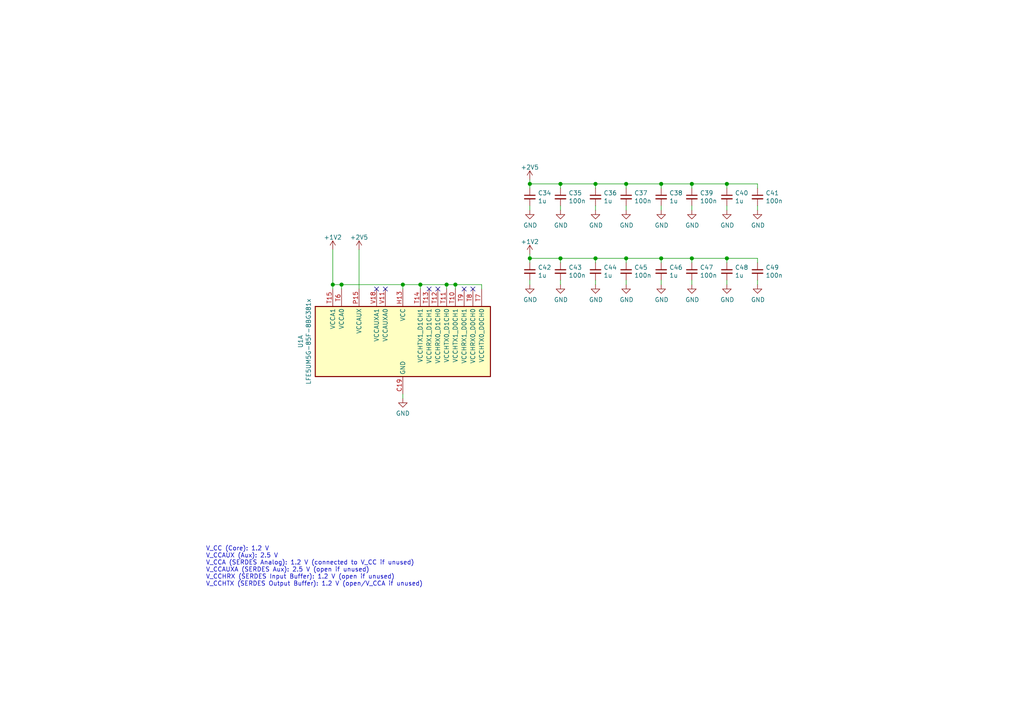
<source format=kicad_sch>
(kicad_sch (version 20210406) (generator eeschema)
  (paper "A4")
  (lib_symbols
    (symbol "Mainboard-rescue:C_Small-Device" (pin_numbers hide) (pin_names (offset 0.254) hide)
      (property "Reference" "C" (at 0.254 1.778 0))
      (property "Value" "C_Small-Device" (at 0.254 -2.032 0))
      (symbol "C_Small-Device_0_1"
        (polyline (pts (xy -1.524 -0.508) (xy 1.524 -0.508)) (stroke (width 0.3302)))
        (polyline (pts (xy -1.524 0.508) (xy 1.524 0.508)) (stroke (width 0.3048)))
      )
      (symbol "C_Small-Device_1_1"
        (pin passive line (at 0 2.54 270) (length 2.032) (name "~") (number "1"))
        (pin passive line (at 0 -2.54 90) (length 2.032) (name "~") (number "2"))
      )
    )
    (symbol "Mainboard-rescue:GND-power" (power) (pin_names (offset 0))
      (property "Value" "GND-power" (at 0 -3.81 0))
      (symbol "GND-power_0_1"
        (polyline (pts (xy 0 0) (xy 0 -1.27) (xy 1.27 -1.27) (xy 0 -2.54) (xy -1.27 -1.27) (xy 0 -1.27)))
      )
      (symbol "GND-power_1_1"
        (pin power_in line (at 0 0 270) (length 0) hide (name "GND") (number "1"))
      )
    )
    (symbol "Mainboard-rescue:LFE5UM5G-85F-8BG381x-FPGA_Lattice"
      (property "Reference" "U" (at 24.13 16.51 0))
      (property "Value" "LFE5UM5G-85F-8BG381x-FPGA_Lattice" (at 24.13 13.97 0))
      (symbol "LFE5UM5G-85F-8BG381x-FPGA_Lattice_1_1"
        (rectangle (start -25.4 10.16) (end 25.4 -10.16) (stroke (width 0.3048)) (fill (type background)))
        (pin passive line (at 0 -15.24 90) (length 5.08) hide (name "GND") (number "B14"))
        (pin passive line (at 0 -15.24 90) (length 5.08) hide (name "GND") (number "B7"))
        (pin power_in line (at 0 -15.24 90) (length 5.08) (name "GND") (number "C19"))
        (pin passive line (at 0 -15.24 90) (length 5.08) hide (name "GND") (number "D4"))
        (pin passive line (at 0 -15.24 90) (length 5.08) hide (name "GND") (number "F13"))
        (pin passive line (at 0 -15.24 90) (length 5.08) hide (name "GND") (number "F14"))
        (pin passive line (at 12.7 15.24 270) (length 5.08) hide (name "VCCAUX") (number "F15"))
        (pin passive line (at 12.7 15.24 270) (length 5.08) hide (name "VCCAUX") (number "F6"))
        (pin passive line (at 0 -15.24 90) (length 5.08) hide (name "GND") (number "F7"))
        (pin passive line (at 0 -15.24 90) (length 5.08) hide (name "GND") (number "F8"))
        (pin passive line (at 0 -15.24 90) (length 5.08) hide (name "GND") (number "G10"))
        (pin passive line (at 0 -15.24 90) (length 5.08) hide (name "GND") (number "G11"))
        (pin passive line (at 0 -15.24 90) (length 5.08) hide (name "GND") (number "G12"))
        (pin passive line (at 0 -15.24 90) (length 5.08) hide (name "GND") (number "G13"))
        (pin passive line (at 0 -15.24 90) (length 5.08) hide (name "GND") (number "G14"))
        (pin passive line (at 0 -15.24 90) (length 5.08) hide (name "GND") (number "G15"))
        (pin passive line (at 0 -15.24 90) (length 5.08) hide (name "GND") (number "G17"))
        (pin passive line (at 0 -15.24 90) (length 5.08) hide (name "GND") (number "G4"))
        (pin passive line (at 0 -15.24 90) (length 5.08) hide (name "GND") (number "G6"))
        (pin passive line (at 0 -15.24 90) (length 5.08) hide (name "GND") (number "G7"))
        (pin passive line (at 0 -15.24 90) (length 5.08) hide (name "GND") (number "G8"))
        (pin passive line (at 0 -15.24 90) (length 5.08) hide (name "GND") (number "G9"))
        (pin passive line (at 0 15.24 270) (length 5.08) hide (name "VCC") (number "H10"))
        (pin passive line (at 0 15.24 270) (length 5.08) hide (name "VCC") (number "H11"))
        (pin passive line (at 0 15.24 270) (length 5.08) hide (name "VCC") (number "H12"))
        (pin power_in line (at 0 15.24 270) (length 5.08) (name "VCC") (number "H13"))
        (pin passive line (at 0 -15.24 90) (length 5.08) hide (name "GND") (number "H19"))
        (pin passive line (at 0 15.24 270) (length 5.08) hide (name "VCC") (number "H8"))
        (pin passive line (at 0 15.24 270) (length 5.08) hide (name "VCC") (number "H9"))
        (pin passive line (at 0 -15.24 90) (length 5.08) hide (name "GND") (number "J10"))
        (pin passive line (at 0 -15.24 90) (length 5.08) hide (name "GND") (number "J11"))
        (pin passive line (at 0 -15.24 90) (length 5.08) hide (name "GND") (number "J12"))
        (pin passive line (at 0 15.24 270) (length 5.08) hide (name "VCC") (number "J13"))
        (pin passive line (at 0 -15.24 90) (length 5.08) hide (name "GND") (number "J14"))
        (pin passive line (at 0 -15.24 90) (length 5.08) hide (name "GND") (number "J2"))
        (pin passive line (at 0 -15.24 90) (length 5.08) hide (name "GND") (number "J7"))
        (pin passive line (at 0 15.24 270) (length 5.08) hide (name "VCC") (number "J8"))
        (pin passive line (at 0 -15.24 90) (length 5.08) hide (name "GND") (number "J9"))
        (pin passive line (at 0 -15.24 90) (length 5.08) hide (name "GND") (number "K10"))
        (pin passive line (at 0 -15.24 90) (length 5.08) hide (name "GND") (number "K11"))
        (pin passive line (at 0 -15.24 90) (length 5.08) hide (name "GND") (number "K12"))
        (pin passive line (at 0 15.24 270) (length 5.08) hide (name "VCC") (number "K13"))
        (pin passive line (at 0 -15.24 90) (length 5.08) hide (name "GND") (number "K14"))
        (pin passive line (at 0 -15.24 90) (length 5.08) hide (name "GND") (number "K15"))
        (pin passive line (at 0 -15.24 90) (length 5.08) hide (name "GND") (number "K6"))
        (pin passive line (at 0 -15.24 90) (length 5.08) hide (name "GND") (number "K7"))
        (pin passive line (at 0 15.24 270) (length 5.08) hide (name "VCC") (number "K8"))
        (pin passive line (at 0 -15.24 90) (length 5.08) hide (name "GND") (number "K9"))
        (pin passive line (at 0 -15.24 90) (length 5.08) hide (name "GND") (number "L10"))
        (pin passive line (at 0 -15.24 90) (length 5.08) hide (name "GND") (number "L11"))
        (pin passive line (at 0 -15.24 90) (length 5.08) hide (name "GND") (number "L12"))
        (pin passive line (at 0 15.24 270) (length 5.08) hide (name "VCC") (number "L13"))
        (pin passive line (at 0 15.24 270) (length 5.08) hide (name "VCC") (number "L8"))
        (pin passive line (at 0 -15.24 90) (length 5.08) hide (name "GND") (number "L9"))
        (pin passive line (at 0 -15.24 90) (length 5.08) hide (name "GND") (number "M10"))
        (pin passive line (at 0 -15.24 90) (length 5.08) hide (name "GND") (number "M11"))
        (pin passive line (at 0 -15.24 90) (length 5.08) hide (name "GND") (number "M12"))
        (pin passive line (at 0 15.24 270) (length 5.08) hide (name "VCC") (number "M13"))
        (pin passive line (at 0 -15.24 90) (length 5.08) hide (name "GND") (number "M14"))
        (pin passive line (at 0 -15.24 90) (length 5.08) hide (name "GND") (number "M16"))
        (pin passive line (at 0 -15.24 90) (length 5.08) hide (name "GND") (number "M2"))
        (pin passive line (at 0 -15.24 90) (length 5.08) hide (name "GND") (number "M7"))
        (pin passive line (at 0 15.24 270) (length 5.08) hide (name "VCC") (number "M8"))
        (pin passive line (at 0 -15.24 90) (length 5.08) hide (name "GND") (number "M9"))
        (pin passive line (at 0 15.24 270) (length 5.08) hide (name "VCC") (number "N10"))
        (pin passive line (at 0 15.24 270) (length 5.08) hide (name "VCC") (number "N11"))
        (pin passive line (at 0 15.24 270) (length 5.08) hide (name "VCC") (number "N12"))
        (pin passive line (at 0 15.24 270) (length 5.08) hide (name "VCC") (number "N13"))
        (pin passive line (at 0 -15.24 90) (length 5.08) hide (name "GND") (number "N14"))
        (pin passive line (at 0 -15.24 90) (length 5.08) hide (name "GND") (number "N15"))
        (pin passive line (at 0 -15.24 90) (length 5.08) hide (name "GND") (number "N6"))
        (pin passive line (at 0 -15.24 90) (length 5.08) hide (name "GND") (number "N7"))
        (pin passive line (at 0 15.24 270) (length 5.08) hide (name "VCC") (number "N8"))
        (pin passive line (at 0 15.24 270) (length 5.08) hide (name "VCC") (number "N9"))
        (pin passive line (at 0 -15.24 90) (length 5.08) hide (name "GND") (number "P11"))
        (pin passive line (at 0 -15.24 90) (length 5.08) hide (name "GND") (number "P12"))
        (pin passive line (at 0 -15.24 90) (length 5.08) hide (name "GND") (number "P13"))
        (pin passive line (at 0 -15.24 90) (length 5.08) hide (name "GND") (number "P14"))
        (pin power_in line (at 12.7 15.24 270) (length 5.08) (name "VCCAUX") (number "P15"))
        (pin passive line (at 12.7 15.24 270) (length 5.08) hide (name "VCCAUX") (number "P6"))
        (pin passive line (at 0 -15.24 90) (length 5.08) hide (name "GND") (number "P7"))
        (pin passive line (at 0 -15.24 90) (length 5.08) hide (name "GND") (number "P8"))
        (pin passive line (at 0 -15.24 90) (length 5.08) hide (name "GND") (number "R19"))
        (pin power_in line (at -15.24 15.24 270) (length 5.08) (name "VCCHTX1_D0CH1") (number "T10"))
        (pin power_in line (at -12.7 15.24 270) (length 5.08) (name "VCCHTX0_D1CH0") (number "T11"))
        (pin power_in line (at -10.16 15.24 270) (length 5.08) (name "VCCHRX0_D1CH0") (number "T12"))
        (pin power_in line (at -7.62 15.24 270) (length 5.08) (name "VCCHRX1_D1CH1") (number "T13"))
        (pin power_in line (at -5.08 15.24 270) (length 5.08) (name "VCCHTX1_D1CH1") (number "T14"))
        (pin power_in line (at 20.32 15.24 270) (length 5.08) (name "VCCA1") (number "T15"))
        (pin power_in line (at 17.78 15.24 270) (length 5.08) (name "VCCA0") (number "T6"))
        (pin power_in line (at -22.86 15.24 270) (length 5.08) (name "VCCHTX0_D0CH0") (number "T7"))
        (pin power_in line (at -20.32 15.24 270) (length 5.08) (name "VCCHRX0_D0CH0") (number "T8"))
        (pin power_in line (at -17.78 15.24 270) (length 5.08) (name "VCCHRX1_D0CH1") (number "T9"))
        (pin passive line (at 0 -15.24 90) (length 5.08) hide (name "GND") (number "U10"))
        (pin passive line (at 0 -15.24 90) (length 5.08) hide (name "GND") (number "U11"))
        (pin passive line (at 0 -15.24 90) (length 5.08) hide (name "GND") (number "U12"))
        (pin passive line (at 0 -15.24 90) (length 5.08) hide (name "GND") (number "U13"))
        (pin passive line (at 0 -15.24 90) (length 5.08) hide (name "GND") (number "U14"))
        (pin passive line (at 20.32 15.24 270) (length 5.08) hide (name "VCCA1") (number "U15"))
        (pin passive line (at 17.78 15.24 270) (length 5.08) hide (name "VCCA0") (number "U6"))
        (pin passive line (at 0 -15.24 90) (length 5.08) hide (name "GND") (number "U7"))
        (pin passive line (at 0 -15.24 90) (length 5.08) hide (name "GND") (number "U8"))
        (pin passive line (at 0 -15.24 90) (length 5.08) hide (name "GND") (number "U9"))
        (pin passive line (at 5.08 15.24 270) (length 5.08) hide (name "VCCAUXA0") (number "V10"))
        (pin power_in line (at 5.08 15.24 270) (length 5.08) (name "VCCAUXA0") (number "V11"))
        (pin passive line (at 0 -15.24 90) (length 5.08) hide (name "GND") (number "V12"))
        (pin passive line (at 0 -15.24 90) (length 5.08) hide (name "GND") (number "V13"))
        (pin passive line (at 0 -15.24 90) (length 5.08) hide (name "GND") (number "V14"))
        (pin passive line (at 0 -15.24 90) (length 5.08) hide (name "GND") (number "V15"))
        (pin passive line (at 0 -15.24 90) (length 5.08) hide (name "GND") (number "V16"))
        (pin passive line (at 7.62 15.24 270) (length 5.08) hide (name "VCCAUXA1") (number "V17"))
        (pin power_in line (at 7.62 15.24 270) (length 5.08) (name "VCCAUXA1") (number "V18"))
        (pin passive line (at 0 -15.24 90) (length 5.08) hide (name "GND") (number "V19"))
        (pin passive line (at 0 -15.24 90) (length 5.08) hide (name "GND") (number "V20"))
        (pin passive line (at 0 -15.24 90) (length 5.08) hide (name "GND") (number "V5"))
        (pin passive line (at 0 -15.24 90) (length 5.08) hide (name "GND") (number "V6"))
        (pin passive line (at 0 -15.24 90) (length 5.08) hide (name "GND") (number "V7"))
        (pin passive line (at 0 -15.24 90) (length 5.08) hide (name "GND") (number "V8"))
        (pin passive line (at 0 -15.24 90) (length 5.08) hide (name "GND") (number "V9"))
        (pin passive line (at 0 -15.24 90) (length 5.08) hide (name "GND") (number "W12"))
        (pin passive line (at 0 -15.24 90) (length 5.08) hide (name "GND") (number "W15"))
        (pin passive line (at 0 -15.24 90) (length 5.08) hide (name "GND") (number "W16"))
        (pin passive line (at 0 -15.24 90) (length 5.08) hide (name "GND") (number "W19"))
        (pin passive line (at 0 -15.24 90) (length 5.08) hide (name "GND") (number "W6"))
        (pin passive line (at 0 -15.24 90) (length 5.08) hide (name "GND") (number "W7"))
      )
      (symbol "LFE5UM5G-85F-8BG381x-FPGA_Lattice_2_1"
        (rectangle (start -5.08 40.64) (end 5.08 -40.64) (stroke (width 0.3048)) (fill (type background)))
        (pin bidirectional line (at -10.16 -27.94 0) (length 5.08) (name "PT63A") (number "A10"))
        (pin bidirectional line (at -10.16 -30.48 0) (length 5.08) (name "PT63B") (number "A11"))
        (pin bidirectional line (at -10.16 30.48 0) (length 5.08) (name "PT4A") (number "A6"))
        (pin bidirectional line (at -10.16 0 0) (length 5.08) (name "PT18A") (number "A7"))
        (pin bidirectional line (at -10.16 -2.54 0) (length 5.08) (name "PT18B") (number "A8"))
        (pin bidirectional line (at -10.16 -22.86 0) (length 5.08) (name "PT60A") (number "A9"))
        (pin bidirectional line (at -10.16 -25.4 0) (length 5.08) (name "PT60B") (number "B10"))
        (pin bidirectional line (at -10.16 -33.02 0) (length 5.08) (name "PT65A") (number "B11"))
        (pin bidirectional line (at -10.16 27.94 0) (length 5.08) (name "PT4B") (number "B6"))
        (pin bidirectional line (at -10.16 2.54 0) (length 5.08) (name "PT15B") (number "B8"))
        (pin bidirectional line (at -10.16 -17.78 0) (length 5.08) (name "PT58A") (number "B9"))
        (pin bidirectional line (at -10.16 -20.32 0) (length 5.08) (name "PT58B") (number "C10"))
        (pin bidirectional line (at -10.16 -35.56 0) (length 5.08) (name "PT65B") (number "C11"))
        (pin bidirectional line (at -10.16 15.24 0) (length 5.08) (name "PT11A") (number "C6"))
        (pin bidirectional line (at -10.16 12.7 0) (length 5.08) (name "PT11B") (number "C7"))
        (pin bidirectional line (at -10.16 5.08 0) (length 5.08) (name "PT15A") (number "C8"))
        (pin bidirectional line (at -10.16 -10.16 0) (length 5.08) (name "PT54A") (number "C9"))
        (pin bidirectional line (at -10.16 -12.7 0) (length 5.08) (name "PT56A") (number "D10"))
        (pin bidirectional line (at -10.16 22.86 0) (length 5.08) (name "PT6B") (number "D6"))
        (pin bidirectional line (at -10.16 17.78 0) (length 5.08) (name "PT9B") (number "D7"))
        (pin bidirectional line (at -10.16 7.62 0) (length 5.08) (name "PT13B") (number "D8"))
        (pin bidirectional line (at -10.16 -5.08 0) (length 5.08) (name "PT20A") (number "D9"))
        (pin bidirectional line (at -10.16 -15.24 0) (length 5.08) (name "PT56B") (number "E10"))
        (pin bidirectional line (at -10.16 25.4 0) (length 5.08) (name "PT6A") (number "E6"))
        (pin bidirectional line (at -10.16 20.32 0) (length 5.08) (name "PT9A") (number "E7"))
        (pin bidirectional line (at -10.16 10.16 0) (length 5.08) (name "PT13A") (number "E8"))
        (pin bidirectional line (at -10.16 -7.62 0) (length 5.08) (name "PT20B") (number "E9"))
        (pin power_in line (at 0 45.72 270) (length 5.08) (name "VCCIO0") (number "F10"))
        (pin passive line (at 0 45.72 270) (length 5.08) hide (name "VCCIO0") (number "F9"))
      )
      (symbol "LFE5UM5G-85F-8BG381x-FPGA_Lattice_3_1"
        (rectangle (start -5.08 48.26) (end 5.08 -48.26) (stroke (width 0.3048)) (fill (type background)))
        (pin bidirectional line (at -10.16 22.86 0) (length 5.08) (name "PT76A") (number "A12"))
        (pin bidirectional line (at -10.16 20.32 0) (length 5.08) (name "PT76B") (number "A13"))
        (pin bidirectional line (at -10.16 7.62 0) (length 5.08) (name "PT83A") (number "A14"))
        (pin bidirectional line (at -10.16 -2.54 0) (length 5.08) (name "PT103A") (number "A15"))
        (pin bidirectional line (at -10.16 -15.24 0) (length 5.08) (name "PT110A") (number "A16"))
        (pin bidirectional line (at -10.16 -30.48 0) (length 5.08) (name "PT116A") (number "A17"))
        (pin bidirectional line (at -10.16 -35.56 0) (length 5.08) (name "PT119A") (number "A18"))
        (pin bidirectional line (at -10.16 -40.64 0) (length 5.08) (name "PT121A") (number "A19"))
        (pin bidirectional line (at -10.16 33.02 0) (length 5.08) (name "PT71A") (number "B12"))
        (pin bidirectional line (at -10.16 17.78 0) (length 5.08) (name "PT78A") (number "B13"))
        (pin bidirectional line (at -10.16 -5.08 0) (length 5.08) (name "PT105A") (number "B15"))
        (pin bidirectional line (at -10.16 -17.78 0) (length 5.08) (name "PT110B") (number "B16"))
        (pin bidirectional line (at -10.16 -25.4 0) (length 5.08) (name "PT114A") (number "B17"))
        (pin bidirectional line (at -10.16 -33.02 0) (length 5.08) (name "PT116B") (number "B18"))
        (pin bidirectional line (at -10.16 -38.1 0) (length 5.08) (name "PT119B") (number "B19"))
        (pin bidirectional line (at -10.16 -43.18 0) (length 5.08) (name "PT121B") (number "B20"))
        (pin bidirectional line (at -10.16 30.48 0) (length 5.08) (name "PT71B") (number "C12"))
        (pin bidirectional line (at -10.16 15.24 0) (length 5.08) (name "PT78B") (number "C13"))
        (pin bidirectional line (at -10.16 5.08 0) (length 5.08) (name "PT83B") (number "C14"))
        (pin bidirectional line (at -10.16 -7.62 0) (length 5.08) (name "PT105B") (number "C15"))
        (pin bidirectional line (at -10.16 -20.32 0) (length 5.08) (name "PT112A") (number "C16"))
        (pin bidirectional line (at -10.16 -27.94 0) (length 5.08) (name "PT114B") (number "C17"))
        (pin bidirectional line (at -10.16 38.1 0) (length 5.08) (name "PT69A") (number "D11"))
        (pin bidirectional line (at -10.16 27.94 0) (length 5.08) (name "PT74A") (number "D12"))
        (pin bidirectional line (at -10.16 12.7 0) (length 5.08) (name "PT80A") (number "D13"))
        (pin bidirectional line (at -10.16 2.54 0) (length 5.08) (name "PT85A") (number "D14"))
        (pin bidirectional line (at -10.16 -10.16 0) (length 5.08) (name "PT107A") (number "D15"))
        (pin bidirectional line (at -10.16 -22.86 0) (length 5.08) (name "PT112B") (number "D16"))
        (pin bidirectional line (at -10.16 35.56 0) (length 5.08) (name "PT69B") (number "E11"))
        (pin bidirectional line (at -10.16 25.4 0) (length 5.08) (name "PT74B") (number "E12"))
        (pin bidirectional line (at -10.16 10.16 0) (length 5.08) (name "PT80B") (number "E13"))
        (pin bidirectional line (at -10.16 0 0) (length 5.08) (name "PT85B") (number "E14"))
        (pin bidirectional line (at -10.16 -12.7 0) (length 5.08) (name "PT107B") (number "E15"))
        (pin passive line (at 0 53.34 270) (length 5.08) hide (name "VCCIO1") (number "F11"))
        (pin power_in line (at 0 53.34 270) (length 5.08) (name "VCCIO1") (number "F12"))
      )
      (symbol "LFE5UM5G-85F-8BG381x-FPGA_Lattice_4_1"
        (rectangle (start -5.08 48.26) (end 5.08 -48.26) (stroke (width 0.3048)) (fill (type background)))
        (pin bidirectional line (at -10.16 38.1 0) (length 5.08) (name "PR11A") (number "C18"))
        (pin bidirectional line (at -10.16 -7.62 0) (length 5.08) (name "PR35A") (number "C20"))
        (pin bidirectional line (at -10.16 35.56 0) (length 5.08) (name "PR11B") (number "D17"))
        (pin bidirectional line (at -10.16 27.94 0) (length 5.08) (name "PR14A") (number "D18"))
        (pin bidirectional line (at -10.16 -10.16 0) (length 5.08) (name "PR35B") (number "D19"))
        (pin bidirectional line (at -10.16 -12.7 0) (length 5.08) (name "PR35C") (number "D20"))
        (pin bidirectional line (at -10.16 33.02 0) (length 5.08) (name "PR11C") (number "E16"))
        (pin bidirectional line (at -10.16 25.4 0) (length 5.08) (name "PR14B") (number "E17"))
        (pin bidirectional line (at -10.16 22.86 0) (length 5.08) (name "PR14C") (number "E18"))
        (pin bidirectional line (at -10.16 -15.24 0) (length 5.08) (name "PR35D") (number "E19"))
        (pin bidirectional line (at -10.16 -17.78 0) (length 5.08) (name "PR38A") (number "E20"))
        (pin bidirectional line (at -10.16 30.48 0) (length 5.08) (name "PR11D") (number "F16"))
        (pin bidirectional line (at -10.16 17.78 0) (length 5.08) (name "PR17A") (number "F17"))
        (pin bidirectional line (at -10.16 20.32 0) (length 5.08) (name "PR14D") (number "F18"))
        (pin bidirectional line (at -10.16 -20.32 0) (length 5.08) (name "PR38B") (number "F19"))
        (pin bidirectional line (at -10.16 -22.86 0) (length 5.08) (name "PR38C") (number "F20"))
        (pin bidirectional line (at -10.16 12.7 0) (length 5.08) (name "PR17C") (number "G16"))
        (pin bidirectional line (at -10.16 15.24 0) (length 5.08) (name "PR17B") (number "G18"))
        (pin bidirectional line (at -10.16 -27.94 0) (length 5.08) (name "PR41A") (number "G19"))
        (pin bidirectional line (at -10.16 -25.4 0) (length 5.08) (name "PR38D") (number "G20"))
        (pin passive line (at 0 53.34 270) (length 5.08) hide (name "VCCIO2") (number "H14"))
        (pin power_in line (at 0 53.34 270) (length 5.08) (name "VCCIO2") (number "H15"))
        (pin bidirectional line (at -10.16 10.16 0) (length 5.08) (name "PR17D") (number "H16"))
        (pin bidirectional line (at -10.16 5.08 0) (length 5.08) (name "PR20B") (number "H17"))
        (pin bidirectional line (at -10.16 7.62 0) (length 5.08) (name "PR20A") (number "H18"))
        (pin bidirectional line (at -10.16 -30.48 0) (length 5.08) (name "PR41B") (number "H20"))
        (pin passive line (at 0 53.34 270) (length 5.08) hide (name "VCCIO2") (number "J15"))
        (pin bidirectional line (at -10.16 0 0) (length 5.08) (name "PR20D") (number "J16"))
        (pin bidirectional line (at -10.16 2.54 0) (length 5.08) (name "PR20C") (number "J17"))
        (pin bidirectional line (at -10.16 -33.02 0) (length 5.08) (name "PR41C") (number "J18"))
        (pin bidirectional line (at -10.16 -38.1 0) (length 5.08) (name "PR44A") (number "J19"))
        (pin bidirectional line (at -10.16 -43.18 0) (length 5.08) (name "PR44C") (number "J20"))
        (pin bidirectional line (at -10.16 -2.54 0) (length 5.08) (name "PR29A") (number "K16"))
        (pin bidirectional line (at -10.16 -5.08 0) (length 5.08) (name "PR29B") (number "K17"))
        (pin bidirectional line (at -10.16 -35.56 0) (length 5.08) (name "PR41D") (number "K18"))
        (pin bidirectional line (at -10.16 -40.64 0) (length 5.08) (name "PR44B") (number "K19"))
        (pin bidirectional line (at -10.16 -45.72 0) (length 5.08) (name "PR44D") (number "K20"))
      )
      (symbol "LFE5UM5G-85F-8BG381x-FPGA_Lattice_5_1"
        (rectangle (start -5.08 48.26) (end 5.08 -48.26) (stroke (width 0.3048)) (fill (type background)))
        (pin passive line (at 0 53.34 270) (length 5.08) hide (name "VCCIO3") (number "L14"))
        (pin power_in line (at 0 53.34 270) (length 5.08) (name "VCCIO3") (number "L15"))
        (pin bidirectional line (at -10.16 27.94 0) (length 5.08) (name "PR50A") (number "L16"))
        (pin bidirectional line (at -10.16 25.4 0) (length 5.08) (name "PR50B") (number "L17"))
        (pin bidirectional line (at -10.16 22.86 0) (length 5.08) (name "PR50C") (number "L18"))
        (pin bidirectional line (at -10.16 33.02 0) (length 5.08) (name "PR47C") (number "L19"))
        (pin bidirectional line (at -10.16 38.1 0) (length 5.08) (name "PR47A") (number "L20"))
        (pin passive line (at 0 53.34 270) (length 5.08) hide (name "VCCIO3") (number "M15"))
        (pin bidirectional line (at -10.16 15.24 0) (length 5.08) (name "PR53B") (number "M17"))
        (pin bidirectional line (at -10.16 20.32 0) (length 5.08) (name "PR50D") (number "M18"))
        (pin bidirectional line (at -10.16 30.48 0) (length 5.08) (name "PR47D") (number "M19"))
        (pin bidirectional line (at -10.16 35.56 0) (length 5.08) (name "PR47B") (number "M20"))
        (pin bidirectional line (at -10.16 17.78 0) (length 5.08) (name "PR53A") (number "N16"))
        (pin bidirectional line (at -10.16 7.62 0) (length 5.08) (name "PR56A") (number "N17"))
        (pin bidirectional line (at -10.16 12.7 0) (length 5.08) (name "PR53C") (number "N18"))
        (pin bidirectional line (at -10.16 -5.08 0) (length 5.08) (name "PR83A") (number "N19"))
        (pin bidirectional line (at -10.16 -7.62 0) (length 5.08) (name "PR83B") (number "N20"))
        (pin bidirectional line (at -10.16 5.08 0) (length 5.08) (name "PR56B") (number "P16"))
        (pin bidirectional line (at -10.16 10.16 0) (length 5.08) (name "PR53D") (number "P17"))
        (pin bidirectional line (at -10.16 -12.7 0) (length 5.08) (name "PR83D") (number "P18"))
        (pin bidirectional line (at -10.16 -10.16 0) (length 5.08) (name "PR83C") (number "P19"))
        (pin bidirectional line (at -10.16 -15.24 0) (length 5.08) (name "PR86A") (number "P20"))
        (pin bidirectional line (at -10.16 2.54 0) (length 5.08) (name "PR56C") (number "R16"))
        (pin bidirectional line (at -10.16 0 0) (length 5.08) (name "PR56D") (number "R17"))
        (pin bidirectional line (at -10.16 -27.94 0) (length 5.08) (name "PR89B") (number "R18"))
        (pin bidirectional line (at -10.16 -17.78 0) (length 5.08) (name "PR86B") (number "R20"))
        (pin bidirectional line (at -10.16 -2.54 0) (length 5.08) (name "PR77A") (number "T16"))
        (pin bidirectional line (at -10.16 -43.18 0) (length 5.08) (name "PR92D") (number "T17"))
        (pin bidirectional line (at -10.16 -33.02 0) (length 5.08) (name "PR89D") (number "T18"))
        (pin bidirectional line (at -10.16 -25.4 0) (length 5.08) (name "PR89A") (number "T19"))
        (pin bidirectional line (at -10.16 -20.32 0) (length 5.08) (name "PR86C") (number "T20"))
        (pin bidirectional line (at -10.16 -40.64 0) (length 5.08) (name "PR92C") (number "U16"))
        (pin bidirectional line (at -10.16 -38.1 0) (length 5.08) (name "PR92B") (number "U17"))
        (pin bidirectional line (at -10.16 -35.56 0) (length 5.08) (name "PR92A") (number "U18"))
        (pin bidirectional line (at -10.16 -30.48 0) (length 5.08) (name "PR89C") (number "U19"))
        (pin bidirectional line (at -10.16 -22.86 0) (length 5.08) (name "PR86D") (number "U20"))
      )
      (symbol "LFE5UM5G-85F-8BG381x-FPGA_Lattice_6_1"
        (rectangle (start -5.08 48.26) (end 5.08 -48.26) (stroke (width 0.3048)) (fill (type background)))
        (pin bidirectional line (at -10.16 35.56 0) (length 5.08) (name "PL47B") (number "F1"))
        (pin bidirectional line (at -10.16 30.48 0) (length 5.08) (name "PL47D") (number "G1"))
        (pin bidirectional line (at -10.16 38.1 0) (length 5.08) (name "PL47A") (number "G2"))
        (pin bidirectional line (at -10.16 12.7 0) (length 5.08) (name "PL53C") (number "H1"))
        (pin bidirectional line (at -10.16 33.02 0) (length 5.08) (name "PL47C") (number "H2"))
        (pin bidirectional line (at -10.16 15.24 0) (length 5.08) (name "PL53B") (number "J1"))
        (pin bidirectional line (at -10.16 22.86 0) (length 5.08) (name "PL50C") (number "J3"))
        (pin bidirectional line (at -10.16 27.94 0) (length 5.08) (name "PL50A") (number "J4"))
        (pin bidirectional line (at -10.16 25.4 0) (length 5.08) (name "PL50B") (number "J5"))
        (pin bidirectional line (at -10.16 10.16 0) (length 5.08) (name "PL53D") (number "K1"))
        (pin bidirectional line (at -10.16 17.78 0) (length 5.08) (name "PL53A") (number "K2"))
        (pin bidirectional line (at -10.16 20.32 0) (length 5.08) (name "PL50D") (number "K3"))
        (pin bidirectional line (at -10.16 7.62 0) (length 5.08) (name "PL56A") (number "K4"))
        (pin bidirectional line (at -10.16 5.08 0) (length 5.08) (name "PL56B") (number "K5"))
        (pin bidirectional line (at -10.16 -30.48 0) (length 5.08) (name "PL89C") (number "L1"))
        (pin bidirectional line (at -10.16 -22.86 0) (length 5.08) (name "PL86D") (number "L2"))
        (pin bidirectional line (at -10.16 -20.32 0) (length 5.08) (name "PL86C") (number "L3"))
        (pin bidirectional line (at -10.16 2.54 0) (length 5.08) (name "PL56C") (number "L4"))
        (pin bidirectional line (at -10.16 0 0) (length 5.08) (name "PL56D") (number "L5"))
        (pin passive line (at 0 53.34 270) (length 5.08) hide (name "VCCIO6") (number "L6"))
        (pin power_in line (at 0 53.34 270) (length 5.08) (name "VCCIO6") (number "L7"))
        (pin bidirectional line (at -10.16 -27.94 0) (length 5.08) (name "PL89B") (number "M1"))
        (pin bidirectional line (at -10.16 -17.78 0) (length 5.08) (name "PL86B") (number "M3"))
        (pin bidirectional line (at -10.16 -5.08 0) (length 5.08) (name "PL83A") (number "M4"))
        (pin bidirectional line (at -10.16 -2.54 0) (length 5.08) (name "PL77A") (number "M5"))
        (pin passive line (at 0 53.34 270) (length 5.08) hide (name "VCCIO6") (number "M6"))
        (pin bidirectional line (at -10.16 -33.02 0) (length 5.08) (name "PL89D") (number "N1"))
        (pin bidirectional line (at -10.16 -25.4 0) (length 5.08) (name "PL89A") (number "N2"))
        (pin bidirectional line (at -10.16 -15.24 0) (length 5.08) (name "PL86A") (number "N3"))
        (pin bidirectional line (at -10.16 -10.16 0) (length 5.08) (name "PL83C") (number "N4"))
        (pin bidirectional line (at -10.16 -7.62 0) (length 5.08) (name "PL83B") (number "N5"))
        (pin bidirectional line (at -10.16 -35.56 0) (length 5.08) (name "PL92A") (number "P1"))
        (pin bidirectional line (at -10.16 -38.1 0) (length 5.08) (name "PL92B") (number "P2"))
        (pin bidirectional line (at -10.16 -40.64 0) (length 5.08) (name "PL92C") (number "P3"))
        (pin bidirectional line (at -10.16 -43.18 0) (length 5.08) (name "PL92D") (number "P4"))
        (pin bidirectional line (at -10.16 -12.7 0) (length 5.08) (name "PL83D") (number "P5"))
      )
      (symbol "LFE5UM5G-85F-8BG381x-FPGA_Lattice_7_1"
        (rectangle (start -5.08 45.72) (end 5.08 -45.72) (stroke (width 0.3048)) (fill (type background)))
        (pin bidirectional line (at -10.16 -5.08 0) (length 5.08) (name "PL35A") (number "A2"))
        (pin bidirectional line (at -10.16 20.32 0) (length 5.08) (name "PL14C") (number "A3"))
        (pin bidirectional line (at -10.16 35.56 0) (length 5.08) (name "PL11A") (number "A4"))
        (pin bidirectional line (at -10.16 33.02 0) (length 5.08) (name "PL11B") (number "A5"))
        (pin bidirectional line (at -10.16 -7.62 0) (length 5.08) (name "PL35B") (number "B1"))
        (pin bidirectional line (at -10.16 -10.16 0) (length 5.08) (name "PL35C") (number "B2"))
        (pin bidirectional line (at -10.16 17.78 0) (length 5.08) (name "PL14D") (number "B3"))
        (pin bidirectional line (at -10.16 22.86 0) (length 5.08) (name "PL14B") (number "B4"))
        (pin bidirectional line (at -10.16 30.48 0) (length 5.08) (name "PL11C") (number "B5"))
        (pin bidirectional line (at -10.16 -15.24 0) (length 5.08) (name "PL38A") (number "C1"))
        (pin bidirectional line (at -10.16 -12.7 0) (length 5.08) (name "PL35D") (number "C2"))
        (pin bidirectional line (at -10.16 10.16 0) (length 5.08) (name "PL17C") (number "C3"))
        (pin bidirectional line (at -10.16 25.4 0) (length 5.08) (name "PL14A") (number "C4"))
        (pin bidirectional line (at -10.16 27.94 0) (length 5.08) (name "PL11D") (number "C5"))
        (pin bidirectional line (at -10.16 -17.78 0) (length 5.08) (name "PL38B") (number "D1"))
        (pin bidirectional line (at -10.16 -20.32 0) (length 5.08) (name "PL38C") (number "D2"))
        (pin bidirectional line (at -10.16 7.62 0) (length 5.08) (name "PL17D") (number "D3"))
        (pin bidirectional line (at -10.16 12.7 0) (length 5.08) (name "PL17B") (number "D5"))
        (pin bidirectional line (at -10.16 -22.86 0) (length 5.08) (name "PL38D") (number "E1"))
        (pin bidirectional line (at -10.16 -43.18 0) (length 5.08) (name "PL44D") (number "E2"))
        (pin bidirectional line (at -10.16 2.54 0) (length 5.08) (name "PL20B") (number "E3"))
        (pin bidirectional line (at -10.16 15.24 0) (length 5.08) (name "PL17A") (number "E4"))
        (pin bidirectional line (at -10.16 0 0) (length 5.08) (name "PL20C") (number "E5"))
        (pin bidirectional line (at -10.16 -40.64 0) (length 5.08) (name "PL44C") (number "F2"))
        (pin bidirectional line (at -10.16 -38.1 0) (length 5.08) (name "PL44B") (number "F3"))
        (pin bidirectional line (at -10.16 5.08 0) (length 5.08) (name "PL20A") (number "F4"))
        (pin bidirectional line (at -10.16 -2.54 0) (length 5.08) (name "PL20D") (number "F5"))
        (pin bidirectional line (at -10.16 -35.56 0) (length 5.08) (name "PL44A") (number "G3"))
        (pin bidirectional line (at -10.16 -27.94 0) (length 5.08) (name "PL41B") (number "G5"))
        (pin bidirectional line (at -10.16 -33.02 0) (length 5.08) (name "PL41D") (number "H3"))
        (pin bidirectional line (at -10.16 -25.4 0) (length 5.08) (name "PL41A") (number "H4"))
        (pin bidirectional line (at -10.16 -30.48 0) (length 5.08) (name "PL41C") (number "H5"))
        (pin passive line (at 0 50.8 270) (length 5.08) hide (name "VCCIO7") (number "H6"))
        (pin power_in line (at 0 50.8 270) (length 5.08) (name "VCCIO7") (number "H7"))
        (pin passive line (at 0 50.8 270) (length 5.08) hide (name "VCCIO7") (number "J6"))
      )
      (symbol "LFE5UM5G-85F-8BG381x-FPGA_Lattice_8_1"
        (rectangle (start -5.08 22.86) (end 5.08 -22.86) (stroke (width 0.3048)) (fill (type background)))
        (pin power_in line (at 0 27.94 270) (length 5.08) (name "VCCIO8") (number "P10"))
        (pin passive line (at 0 27.94 270) (length 5.08) hide (name "VCCIO8") (number "P9"))
        (pin bidirectional line (at -10.16 12.7 0) (length 5.08) (name "PB4A") (number "R1"))
        (pin bidirectional line (at -10.16 -12.7 0) (length 5.08) (name "PB15A") (number "R2"))
        (pin bidirectional line (at -10.16 -15.24 0) (length 5.08) (name "PB15B") (number "R3"))
        (pin bidirectional line (at -10.16 10.16 0) (length 5.08) (name "PB4B") (number "T1"))
        (pin bidirectional line (at -10.16 -7.62 0) (length 5.08) (name "PB13A") (number "T2"))
        (pin bidirectional line (at -10.16 -17.78 0) (length 5.08) (name "PB18A") (number "T3"))
        (pin bidirectional line (at -10.16 7.62 0) (length 5.08) (name "PB6A") (number "U1"))
        (pin bidirectional line (at -10.16 -10.16 0) (length 5.08) (name "PB13B") (number "U2"))
        (pin bidirectional line (at -10.16 5.08 0) (length 5.08) (name "PB6B") (number "V1"))
        (pin bidirectional line (at -10.16 -2.54 0) (length 5.08) (name "PB11A") (number "V2"))
        (pin bidirectional line (at -10.16 2.54 0) (length 5.08) (name "PB9A") (number "W1"))
        (pin bidirectional line (at -10.16 -5.08 0) (length 5.08) (name "PB11B") (number "W2"))
        (pin bidirectional line (at -10.16 0 0) (length 5.08) (name "PB9B") (number "Y2"))
      )
      (symbol "LFE5UM5G-85F-8BG381x-FPGA_Lattice_9_1"
        (rectangle (start -10.16 12.7) (end 10.16 -12.7) (stroke (width 0.3048)) (fill (type background)))
        (pin input line (at -15.24 -10.16 0) (length 5.08) (name "CFG_2") (number "R4"))
        (pin input line (at 15.24 5.08 180) (length 5.08) (name "TDI") (number "R5"))
        (pin input line (at -15.24 -7.62 0) (length 5.08) (name "CFG_1") (number "T4"))
        (pin input line (at 15.24 7.62 180) (length 5.08) (name "TCK") (number "T5"))
        (pin bidirectional line (at -15.24 10.16 0) (length 5.08) (name "CCLK") (number "U3"))
        (pin input line (at -15.24 -5.08 0) (length 5.08) (name "CFG_0") (number "U4"))
        (pin input line (at 15.24 2.54 180) (length 5.08) (name "TMS") (number "U5"))
        (pin open_collector line (at -15.24 2.54 0) (length 5.08) (name "~INIT") (number "V3"))
        (pin output line (at 15.24 10.16 180) (length 5.08) (name "TDO") (number "V4"))
        (pin no_connect line (at 10.16 -2.54 180) (length 5.08) hide (name "RESERVED") (number "W10"))
        (pin no_connect line (at 10.16 -5.08 180) (length 5.08) hide (name "RESERVED") (number "W11"))
        (pin input line (at -15.24 5.08 0) (length 5.08) (name "~PROGRAM") (number "W3"))
        (pin open_collector line (at -15.24 0 0) (length 5.08) (name "DONE") (number "Y3"))
      )
      (symbol "LFE5UM5G-85F-8BG381x-FPGA_Lattice_10_1"
        (rectangle (start -10.16 17.78) (end 10.16 -17.78) (stroke (width 0.3048)) (fill (type background)))
        (pin output line (at -15.24 15.24 0) (length 5.08) (name "HDTXP0_D0CH0") (number "W4"))
        (pin output line (at -15.24 12.7 0) (length 5.08) (name "HDTXN0_D0CH0") (number "W5"))
        (pin output line (at -15.24 2.54 0) (length 5.08) (name "HDTXP0_D0CH1") (number "W8"))
        (pin output line (at -15.24 0 0) (length 5.08) (name "HDTXN0_D0CH1") (number "W9"))
        (pin input line (at -15.24 -10.16 0) (length 5.08) (name "REFCLKP_D0") (number "Y11"))
        (pin input line (at -15.24 -12.7 0) (length 5.08) (name "REFCLKN_D0") (number "Y12"))
        (pin input line (at -15.24 10.16 0) (length 5.08) (name "HDRXP0_D0CH0") (number "Y5"))
        (pin input line (at -15.24 7.62 0) (length 5.08) (name "HDRXN0_D0CH0") (number "Y6"))
        (pin input line (at -15.24 -2.54 0) (length 5.08) (name "HDRXP0_D0CH1") (number "Y7"))
        (pin input line (at -15.24 -5.08 0) (length 5.08) (name "HDRXN0_D0CH1") (number "Y8"))
      )
      (symbol "LFE5UM5G-85F-8BG381x-FPGA_Lattice_11_1"
        (rectangle (start -10.16 17.78) (end 10.16 -17.78) (stroke (width 0.3048)) (fill (type background)))
        (pin output line (at -15.24 15.24 0) (length 5.08) (name "HDTXP0_D1CH0") (number "W13"))
        (pin output line (at -15.24 12.7 0) (length 5.08) (name "HDTXN0_D1CH0") (number "W14"))
        (pin output line (at -15.24 2.54 0) (length 5.08) (name "HDTXP0_D1CH1") (number "W17"))
        (pin output line (at -15.24 0 0) (length 5.08) (name "HDTXN0_D1CH1") (number "W18"))
        (pin input line (at -15.24 -12.7 0) (length 5.08) (name "REFCLKN_D1") (number "W20"))
        (pin input line (at -15.24 10.16 0) (length 5.08) (name "HDRXP0_D1CH0") (number "Y14"))
        (pin input line (at -15.24 7.62 0) (length 5.08) (name "HDRXN0_D1CH0") (number "Y15"))
        (pin input line (at -15.24 -2.54 0) (length 5.08) (name "HDRXP0_D1CH1") (number "Y16"))
        (pin input line (at -15.24 -5.08 0) (length 5.08) (name "HDRXN0_D1CH1") (number "Y17"))
        (pin input line (at -15.24 -10.16 0) (length 5.08) (name "REFCLKP_D1") (number "Y19"))
      )
    )
    (symbol "power:+1V2" (power) (pin_names (offset 0))
      (property "Value" "+1V2" (at 0 3.556 0))
      (symbol "+1V2_0_1"
        (polyline (pts (xy -0.762 1.27) (xy 0 2.54)))
        (polyline (pts (xy 0 0) (xy 0 2.54)))
        (polyline (pts (xy 0 2.54) (xy 0.762 1.27)))
      )
      (symbol "+1V2_1_1"
        (pin power_in line (at 0 0 90) (length 0) hide (name "+1V2") (number "1"))
      )
    )
    (symbol "power:+2V5" (power) (pin_names (offset 0))
      (property "Value" "+2V5" (at 0 3.556 0))
      (symbol "+2V5_0_1"
        (polyline (pts (xy -0.762 1.27) (xy 0 2.54)))
        (polyline (pts (xy 0 0) (xy 0 2.54)))
        (polyline (pts (xy 0 2.54) (xy 0.762 1.27)))
      )
      (symbol "+2V5_1_1"
        (pin power_in line (at 0 0 90) (length 0) hide (name "+2V5") (number "1"))
      )
    )
    (symbol "power:GND" (power) (pin_names (offset 0))
      (property "Value" "GND" (at 0 -3.81 0))
      (symbol "GND_0_1"
        (polyline (pts (xy 0 0) (xy 0 -1.27) (xy 1.27 -1.27) (xy 0 -2.54) (xy -1.27 -1.27) (xy 0 -1.27)))
      )
      (symbol "GND_1_1"
        (pin power_in line (at 0 0 270) (length 0) hide (name "GND") (number "1"))
      )
    )
  )
  (junction (at 96.52 82.55) (diameter 1.016))
  (junction (at 99.06 82.55) (diameter 1.016))
  (junction (at 116.84 82.55) (diameter 1.016))
  (junction (at 121.92 82.55) (diameter 1.016))
  (junction (at 129.54 82.55) (diameter 1.016))
  (junction (at 132.08 82.55) (diameter 1.016))
  (junction (at 153.67 53.34) (diameter 1.016))
  (junction (at 153.67 74.93) (diameter 1.016))
  (junction (at 162.56 53.34) (diameter 1.016))
  (junction (at 162.56 74.93) (diameter 1.016))
  (junction (at 172.72 53.34) (diameter 1.016))
  (junction (at 172.72 74.93) (diameter 1.016))
  (junction (at 181.61 53.34) (diameter 1.016))
  (junction (at 181.61 74.93) (diameter 1.016))
  (junction (at 191.77 53.34) (diameter 1.016))
  (junction (at 191.77 74.93) (diameter 1.016))
  (junction (at 200.66 53.34) (diameter 1.016))
  (junction (at 200.66 74.93) (diameter 1.016))
  (junction (at 210.82 53.34) (diameter 1.016))
  (junction (at 210.82 74.93) (diameter 1.016))
  (no_connect (at 109.22 83.82))
  (no_connect (at 111.76 83.82))
  (no_connect (at 124.46 83.82))
  (no_connect (at 127 83.82))
  (no_connect (at 134.62 83.82))
  (no_connect (at 137.16 83.82))
  (wire (pts (xy 96.52 72.39) (xy 96.52 82.55)))
  (wire (pts (xy 96.52 82.55) (xy 99.06 82.55)))
  (wire (pts (xy 96.52 83.82) (xy 96.52 82.55)))
  (wire (pts (xy 99.06 82.55) (xy 99.06 83.82)))
  (wire (pts (xy 99.06 82.55) (xy 116.84 82.55)))
  (wire (pts (xy 104.14 72.39) (xy 104.14 83.82)))
  (wire (pts (xy 116.84 82.55) (xy 116.84 83.82)))
  (wire (pts (xy 116.84 82.55) (xy 121.92 82.55)))
  (wire (pts (xy 116.84 114.3) (xy 116.84 115.57)))
  (wire (pts (xy 121.92 82.55) (xy 129.54 82.55)))
  (wire (pts (xy 121.92 83.82) (xy 121.92 82.55)))
  (wire (pts (xy 129.54 82.55) (xy 129.54 83.82)))
  (wire (pts (xy 129.54 82.55) (xy 132.08 82.55)))
  (wire (pts (xy 132.08 82.55) (xy 132.08 83.82)))
  (wire (pts (xy 132.08 82.55) (xy 139.7 82.55)))
  (wire (pts (xy 139.7 82.55) (xy 139.7 83.82)))
  (wire (pts (xy 153.67 52.07) (xy 153.67 53.34)))
  (wire (pts (xy 153.67 53.34) (xy 153.67 54.61)))
  (wire (pts (xy 153.67 53.34) (xy 162.56 53.34)))
  (wire (pts (xy 153.67 59.69) (xy 153.67 60.96)))
  (wire (pts (xy 153.67 73.66) (xy 153.67 74.93)))
  (wire (pts (xy 153.67 74.93) (xy 153.67 76.2)))
  (wire (pts (xy 153.67 74.93) (xy 162.56 74.93)))
  (wire (pts (xy 153.67 81.28) (xy 153.67 82.55)))
  (wire (pts (xy 162.56 53.34) (xy 162.56 54.61)))
  (wire (pts (xy 162.56 53.34) (xy 172.72 53.34)))
  (wire (pts (xy 162.56 60.96) (xy 162.56 59.69)))
  (wire (pts (xy 162.56 74.93) (xy 162.56 76.2)))
  (wire (pts (xy 162.56 74.93) (xy 172.72 74.93)))
  (wire (pts (xy 162.56 82.55) (xy 162.56 81.28)))
  (wire (pts (xy 172.72 53.34) (xy 172.72 54.61)))
  (wire (pts (xy 172.72 53.34) (xy 181.61 53.34)))
  (wire (pts (xy 172.72 59.69) (xy 172.72 60.96)))
  (wire (pts (xy 172.72 74.93) (xy 172.72 76.2)))
  (wire (pts (xy 172.72 74.93) (xy 181.61 74.93)))
  (wire (pts (xy 172.72 81.28) (xy 172.72 82.55)))
  (wire (pts (xy 181.61 53.34) (xy 181.61 54.61)))
  (wire (pts (xy 181.61 53.34) (xy 191.77 53.34)))
  (wire (pts (xy 181.61 60.96) (xy 181.61 59.69)))
  (wire (pts (xy 181.61 74.93) (xy 181.61 76.2)))
  (wire (pts (xy 181.61 74.93) (xy 191.77 74.93)))
  (wire (pts (xy 181.61 82.55) (xy 181.61 81.28)))
  (wire (pts (xy 191.77 53.34) (xy 191.77 54.61)))
  (wire (pts (xy 191.77 53.34) (xy 200.66 53.34)))
  (wire (pts (xy 191.77 59.69) (xy 191.77 60.96)))
  (wire (pts (xy 191.77 74.93) (xy 191.77 76.2)))
  (wire (pts (xy 191.77 74.93) (xy 200.66 74.93)))
  (wire (pts (xy 191.77 81.28) (xy 191.77 82.55)))
  (wire (pts (xy 200.66 53.34) (xy 200.66 54.61)))
  (wire (pts (xy 200.66 53.34) (xy 210.82 53.34)))
  (wire (pts (xy 200.66 60.96) (xy 200.66 59.69)))
  (wire (pts (xy 200.66 74.93) (xy 200.66 76.2)))
  (wire (pts (xy 200.66 74.93) (xy 210.82 74.93)))
  (wire (pts (xy 200.66 82.55) (xy 200.66 81.28)))
  (wire (pts (xy 210.82 53.34) (xy 210.82 54.61)))
  (wire (pts (xy 210.82 53.34) (xy 219.71 53.34)))
  (wire (pts (xy 210.82 59.69) (xy 210.82 60.96)))
  (wire (pts (xy 210.82 74.93) (xy 210.82 76.2)))
  (wire (pts (xy 210.82 74.93) (xy 219.71 74.93)))
  (wire (pts (xy 210.82 81.28) (xy 210.82 82.55)))
  (wire (pts (xy 219.71 53.34) (xy 219.71 54.61)))
  (wire (pts (xy 219.71 60.96) (xy 219.71 59.69)))
  (wire (pts (xy 219.71 74.93) (xy 219.71 76.2)))
  (wire (pts (xy 219.71 82.55) (xy 219.71 81.28)))
  (text "V_CC (Core): 1.2 V\nV_CCAUX (Aux): 2.5 V\nV_CCA (SERDES Analog): 1.2 V (connected to V_CC if unused)\nV_CCAUXA (SERDES Aux): 2.5 V (open if unused)\nV_CCHRX (SERDES Input Buffer): 1.2 V (open if unused)\nV_CCHTX (SERDES Output Buffer): 1.2 V (open/V_CCA if unused)" (at 59.69 170.18 0) (effects (font (size 1.27 1.27)) (justify left bottom)))
  (symbol (lib_id "power:+1V2") (at 96.52 72.39 0) (unit 1)
    (property "Reference" "#PWR0250" (effects hide))
    (property "Value" "+1V2" (at 96.52 68.8426 0))
  )
  (symbol (lib_id "power:+2V5") (at 104.14 72.39 0) (unit 1)
    (property "Reference" "#PWR0249" (effects hide))
    (property "Value" "+2V5" (at 104.14 68.8426 0))
  )
  (symbol (lib_id "power:+2V5") (at 153.67 52.07 0) (unit 1)
    (property "Reference" "#PWR0276" (effects hide))
    (property "Value" "+2V5" (at 153.67 48.5226 0))
  )
  (symbol (lib_id "power:+1V2") (at 153.67 73.66 0) (unit 1)
    (property "Reference" "#PWR0272" (effects hide))
    (property "Value" "+1V2" (at 153.67 70.1126 0))
  )
  (symbol (lib_id "power:GND") (at 116.84 115.57 0) (unit 1)
    (property "Reference" "#PWR0248" (effects hide))
    (property "Value" "GND" (at 116.84 119.8944 0))
  )
  (symbol (lib_id "Mainboard-rescue:GND-power") (at 153.67 60.96 0) (unit 1)
    (property "Reference" "#PWR0279" (effects hide))
    (property "Value" "GND" (at 153.797 65.3542 0))
  )
  (symbol (lib_id "Mainboard-rescue:GND-power") (at 153.67 82.55 0) (unit 1)
    (property "Reference" "#PWR0288" (effects hide))
    (property "Value" "GND" (at 153.797 86.9442 0))
  )
  (symbol (lib_id "Mainboard-rescue:GND-power") (at 162.56 60.96 0) (unit 1)
    (property "Reference" "#PWR0277" (effects hide))
    (property "Value" "GND" (at 162.687 65.3542 0))
  )
  (symbol (lib_id "Mainboard-rescue:GND-power") (at 162.56 82.55 0) (unit 1)
    (property "Reference" "#PWR0289" (effects hide))
    (property "Value" "GND" (at 162.687 86.9442 0))
  )
  (symbol (lib_id "Mainboard-rescue:GND-power") (at 172.72 60.96 0) (unit 1)
    (property "Reference" "#PWR0278" (effects hide))
    (property "Value" "GND" (at 172.847 65.3542 0))
  )
  (symbol (lib_id "Mainboard-rescue:GND-power") (at 172.72 82.55 0) (unit 1)
    (property "Reference" "#PWR0286" (effects hide))
    (property "Value" "GND" (at 172.847 86.9442 0))
  )
  (symbol (lib_id "Mainboard-rescue:GND-power") (at 181.61 60.96 0) (unit 1)
    (property "Reference" "#PWR0273" (effects hide))
    (property "Value" "GND" (at 181.737 65.3542 0))
  )
  (symbol (lib_id "Mainboard-rescue:GND-power") (at 181.61 82.55 0) (unit 1)
    (property "Reference" "#PWR0287" (effects hide))
    (property "Value" "GND" (at 181.737 86.9442 0))
  )
  (symbol (lib_id "Mainboard-rescue:GND-power") (at 191.77 60.96 0) (unit 1)
    (property "Reference" "#PWR0274" (effects hide))
    (property "Value" "GND" (at 191.897 65.3542 0))
  )
  (symbol (lib_id "Mainboard-rescue:GND-power") (at 191.77 82.55 0) (unit 1)
    (property "Reference" "#PWR0285" (effects hide))
    (property "Value" "GND" (at 191.897 86.9442 0))
  )
  (symbol (lib_id "Mainboard-rescue:GND-power") (at 200.66 60.96 0) (unit 1)
    (property "Reference" "#PWR0275" (effects hide))
    (property "Value" "GND" (at 200.787 65.3542 0))
  )
  (symbol (lib_id "Mainboard-rescue:GND-power") (at 200.66 82.55 0) (unit 1)
    (property "Reference" "#PWR0284" (effects hide))
    (property "Value" "GND" (at 200.787 86.9442 0))
  )
  (symbol (lib_id "Mainboard-rescue:GND-power") (at 210.82 60.96 0) (unit 1)
    (property "Reference" "#PWR0281" (effects hide))
    (property "Value" "GND" (at 210.947 65.3542 0))
  )
  (symbol (lib_id "Mainboard-rescue:GND-power") (at 210.82 82.55 0) (unit 1)
    (property "Reference" "#PWR0283" (effects hide))
    (property "Value" "GND" (at 210.947 86.9442 0))
  )
  (symbol (lib_id "Mainboard-rescue:GND-power") (at 219.71 60.96 0) (unit 1)
    (property "Reference" "#PWR0280" (effects hide))
    (property "Value" "GND" (at 219.837 65.3542 0))
  )
  (symbol (lib_id "Mainboard-rescue:GND-power") (at 219.71 82.55 0) (unit 1)
    (property "Reference" "#PWR0282" (effects hide))
    (property "Value" "GND" (at 219.837 86.9442 0))
  )
  (symbol (lib_id "Mainboard-rescue:C_Small-Device") (at 153.67 57.15 0) (unit 1)
    (property "Reference" "C34" (at 156.0068 55.9816 0) (effects (justify left)))
    (property "Value" "1u" (at 156.0068 58.293 0) (effects (justify left)))
    (property "Footprint" "Capacitor_SMD:C_0402_1005Metric" (effects hide))
    (property "LCSC" "C52923" (effects hide))
  )
  (symbol (lib_id "Mainboard-rescue:C_Small-Device") (at 153.67 78.74 0) (unit 1)
    (property "Reference" "C42" (at 156.0068 77.5716 0) (effects (justify left)))
    (property "Value" "1u" (at 156.0068 79.883 0) (effects (justify left)))
    (property "Footprint" "Capacitor_SMD:C_0402_1005Metric" (effects hide))
    (property "LCSC" "C52923" (effects hide))
  )
  (symbol (lib_id "Mainboard-rescue:C_Small-Device") (at 162.56 57.15 0) (unit 1)
    (property "Reference" "C35" (at 164.8968 55.9816 0) (effects (justify left)))
    (property "Value" "100n" (at 164.8968 58.293 0) (effects (justify left)))
    (property "Footprint" "Capacitor_SMD:C_0402_1005Metric" (effects hide))
    (property "LCSC" "C1525" (effects hide))
  )
  (symbol (lib_id "Mainboard-rescue:C_Small-Device") (at 162.56 78.74 0) (unit 1)
    (property "Reference" "C43" (at 164.8968 77.5716 0) (effects (justify left)))
    (property "Value" "100n" (at 164.8968 79.883 0) (effects (justify left)))
    (property "Footprint" "Capacitor_SMD:C_0402_1005Metric" (effects hide))
    (property "LCSC" "C1525" (effects hide))
  )
  (symbol (lib_id "Mainboard-rescue:C_Small-Device") (at 172.72 57.15 0) (unit 1)
    (property "Reference" "C36" (at 175.0568 55.9816 0) (effects (justify left)))
    (property "Value" "1u" (at 175.0568 58.293 0) (effects (justify left)))
    (property "Footprint" "Capacitor_SMD:C_0402_1005Metric" (effects hide))
    (property "LCSC" "C52923" (effects hide))
  )
  (symbol (lib_id "Mainboard-rescue:C_Small-Device") (at 172.72 78.74 0) (unit 1)
    (property "Reference" "C44" (at 175.0568 77.5716 0) (effects (justify left)))
    (property "Value" "1u" (at 175.0568 79.883 0) (effects (justify left)))
    (property "Footprint" "Capacitor_SMD:C_0402_1005Metric" (effects hide))
    (property "LCSC" "C52923" (effects hide))
  )
  (symbol (lib_id "Mainboard-rescue:C_Small-Device") (at 181.61 57.15 0) (unit 1)
    (property "Reference" "C37" (at 183.9468 55.9816 0) (effects (justify left)))
    (property "Value" "100n" (at 183.9468 58.293 0) (effects (justify left)))
    (property "Footprint" "Capacitor_SMD:C_0402_1005Metric" (effects hide))
    (property "LCSC" "C1525" (effects hide))
  )
  (symbol (lib_id "Mainboard-rescue:C_Small-Device") (at 181.61 78.74 0) (unit 1)
    (property "Reference" "C45" (at 183.9468 77.5716 0) (effects (justify left)))
    (property "Value" "100n" (at 183.9468 79.883 0) (effects (justify left)))
    (property "Footprint" "Capacitor_SMD:C_0402_1005Metric" (effects hide))
    (property "LCSC" "C1525" (effects hide))
  )
  (symbol (lib_id "Mainboard-rescue:C_Small-Device") (at 191.77 57.15 0) (unit 1)
    (property "Reference" "C38" (at 194.1068 55.9816 0) (effects (justify left)))
    (property "Value" "1u" (at 194.1068 58.293 0) (effects (justify left)))
    (property "Footprint" "Capacitor_SMD:C_0402_1005Metric" (effects hide))
    (property "LCSC" "C52923" (effects hide))
  )
  (symbol (lib_id "Mainboard-rescue:C_Small-Device") (at 191.77 78.74 0) (unit 1)
    (property "Reference" "C46" (at 194.1068 77.5716 0) (effects (justify left)))
    (property "Value" "1u" (at 194.1068 79.883 0) (effects (justify left)))
    (property "Footprint" "Capacitor_SMD:C_0402_1005Metric" (effects hide))
    (property "LCSC" "C52923" (effects hide))
  )
  (symbol (lib_id "Mainboard-rescue:C_Small-Device") (at 200.66 57.15 0) (unit 1)
    (property "Reference" "C39" (at 202.9968 55.9816 0) (effects (justify left)))
    (property "Value" "100n" (at 202.9968 58.293 0) (effects (justify left)))
    (property "Footprint" "Capacitor_SMD:C_0402_1005Metric" (effects hide))
    (property "LCSC" "C1525" (effects hide))
  )
  (symbol (lib_id "Mainboard-rescue:C_Small-Device") (at 200.66 78.74 0) (unit 1)
    (property "Reference" "C47" (at 202.9968 77.5716 0) (effects (justify left)))
    (property "Value" "100n" (at 202.9968 79.883 0) (effects (justify left)))
    (property "Footprint" "Capacitor_SMD:C_0402_1005Metric" (effects hide))
    (property "LCSC" "C1525" (effects hide))
  )
  (symbol (lib_id "Mainboard-rescue:C_Small-Device") (at 210.82 57.15 0) (unit 1)
    (property "Reference" "C40" (at 213.1568 55.9816 0) (effects (justify left)))
    (property "Value" "1u" (at 213.1568 58.293 0) (effects (justify left)))
    (property "Footprint" "Capacitor_SMD:C_0402_1005Metric" (effects hide))
    (property "LCSC" "C52923" (effects hide))
  )
  (symbol (lib_id "Mainboard-rescue:C_Small-Device") (at 210.82 78.74 0) (unit 1)
    (property "Reference" "C48" (at 213.1568 77.5716 0) (effects (justify left)))
    (property "Value" "1u" (at 213.1568 79.883 0) (effects (justify left)))
    (property "Footprint" "Capacitor_SMD:C_0402_1005Metric" (effects hide))
    (property "LCSC" "C52923" (effects hide))
  )
  (symbol (lib_id "Mainboard-rescue:C_Small-Device") (at 219.71 57.15 0) (unit 1)
    (property "Reference" "C41" (at 222.0468 55.9816 0) (effects (justify left)))
    (property "Value" "100n" (at 222.0468 58.293 0) (effects (justify left)))
    (property "Footprint" "Capacitor_SMD:C_0402_1005Metric" (effects hide))
    (property "LCSC" "C1525" (effects hide))
  )
  (symbol (lib_id "Mainboard-rescue:C_Small-Device") (at 219.71 78.74 0) (unit 1)
    (property "Reference" "C49" (at 222.0468 77.5716 0) (effects (justify left)))
    (property "Value" "100n" (at 222.0468 79.883 0) (effects (justify left)))
    (property "Footprint" "Capacitor_SMD:C_0402_1005Metric" (effects hide))
    (property "LCSC" "C1525" (effects hide))
  )
  (symbol (lib_id "Mainboard-rescue:LFE5UM5G-85F-8BG381x-FPGA_Lattice") (at 116.84 99.06 0) (mirror y) (unit 1)
    (property "Reference" "U1" (at 87.1728 99.06 90))
    (property "Value" "LFE5UM5G-85F-8BG381x" (at 89.4842 99.06 90))
    (property "Footprint" "Package_BGA:Lattice_caBGA-381_17.0x17.0mm_Layout20x20_P0.8mm_Ball0.4mm_Pad0.4mm_NSMD" (effects hide))
    (property "Datasheet" "https://www.latticesemi.com/view_document?document_id=50461" (effects hide))
  )
)
</source>
